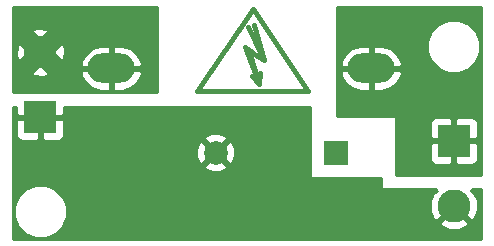
<source format=gbl>
G04 #@! TF.GenerationSoftware,KiCad,Pcbnew,5.0.0-rc2*
G04 #@! TF.CreationDate,2019-06-24T22:20:35-04:00*
G04 #@! TF.ProjectId,pcb,7063622E6B696361645F706362000000,rev?*
G04 #@! TF.SameCoordinates,Original*
G04 #@! TF.FileFunction,Copper,L2,Bot,Signal*
G04 #@! TF.FilePolarity,Positive*
%FSLAX46Y46*%
G04 Gerber Fmt 4.6, Leading zero omitted, Abs format (unit mm)*
G04 Created by KiCad (PCBNEW 5.0.0-rc2) date Mon Jun 24 22:20:35 2019*
%MOMM*%
%LPD*%
G01*
G04 APERTURE LIST*
G04 #@! TA.AperFunction,EtchedComponent*
%ADD10C,0.381000*%
G04 #@! TD*
G04 #@! TA.AperFunction,ComponentPad*
%ADD11C,1.998980*%
G04 #@! TD*
G04 #@! TA.AperFunction,ComponentPad*
%ADD12R,1.998980X1.998980*%
G04 #@! TD*
G04 #@! TA.AperFunction,ComponentPad*
%ADD13O,4.000500X2.499360*%
G04 #@! TD*
G04 #@! TA.AperFunction,ComponentPad*
%ADD14R,2.800000X2.800000*%
G04 #@! TD*
G04 #@! TA.AperFunction,ComponentPad*
%ADD15C,2.800000*%
G04 #@! TD*
G04 #@! TA.AperFunction,Conductor*
%ADD16C,0.254000*%
G04 #@! TD*
G04 APERTURE END LIST*
D10*
G04 #@! TO.C,REF88*
X134699000Y-85794000D02*
X130000000Y-78809000D01*
X125301000Y-85794000D02*
X134699000Y-85794000D01*
X130000000Y-78809000D02*
X125301000Y-85794000D01*
X130497840Y-85199640D02*
X130599440Y-84300480D01*
X129700280Y-82400560D02*
X130497840Y-85199640D01*
X130899160Y-83200660D02*
X129700280Y-82400560D01*
X130099060Y-80200920D02*
X130899160Y-83200660D01*
X130497840Y-85199640D02*
X129898400Y-84501140D01*
X130899160Y-83200660D02*
X129598680Y-80399040D01*
X129298960Y-82100840D02*
X129898400Y-82499620D01*
X130497840Y-85199640D02*
X129298960Y-82100840D01*
G04 #@! TD*
D11*
G04 #@! TO.P,D1,2*
G04 #@! TO.N,GND*
X126840000Y-91002540D03*
D12*
G04 #@! TO.P,D1,1*
G04 #@! TO.N,VCC*
X137000000Y-91002540D03*
G04 #@! TD*
D13*
G04 #@! TO.P,F1,2*
G04 #@! TO.N,+12V*
X118004250Y-83881500D03*
G04 #@! TO.P,F1,1*
G04 #@! TO.N,VCC*
X140005730Y-83881500D03*
G04 #@! TD*
D14*
G04 #@! TO.P,P1,1*
G04 #@! TO.N,GND*
X112000000Y-88000000D03*
D15*
G04 #@! TO.P,P1,2*
G04 #@! TO.N,+12V*
X112000000Y-82500000D03*
G04 #@! TD*
G04 #@! TO.P,P2,2*
G04 #@! TO.N,GND*
X147000000Y-95500000D03*
D14*
G04 #@! TO.P,P2,1*
G04 #@! TO.N,VCC*
X147000000Y-90000000D03*
G04 #@! TD*
D16*
G04 #@! TO.N,+12V*
G36*
X121873000Y-85873000D02*
X109711200Y-85873000D01*
X109711200Y-84256226D01*
X111233724Y-84256226D01*
X111418237Y-84491639D01*
X112224689Y-84562666D01*
X112581763Y-84491639D01*
X112731108Y-84301095D01*
X115416302Y-84301095D01*
X115463862Y-84485403D01*
X115831207Y-85124367D01*
X116415111Y-85574116D01*
X117126680Y-85766180D01*
X117877250Y-85766180D01*
X117877250Y-84008500D01*
X118131250Y-84008500D01*
X118131250Y-85766180D01*
X118881820Y-85766180D01*
X119593389Y-85574116D01*
X120177293Y-85124367D01*
X120544638Y-84485403D01*
X120592198Y-84301095D01*
X120476071Y-84008500D01*
X118131250Y-84008500D01*
X117877250Y-84008500D01*
X115532429Y-84008500D01*
X115416302Y-84301095D01*
X112731108Y-84301095D01*
X112766276Y-84256226D01*
X112000000Y-83489949D01*
X111233724Y-84256226D01*
X109711200Y-84256226D01*
X109711200Y-83461905D01*
X115416302Y-83461905D01*
X115532429Y-83754500D01*
X117877250Y-83754500D01*
X117877250Y-81996820D01*
X118131250Y-81996820D01*
X118131250Y-83754500D01*
X120476071Y-83754500D01*
X120592198Y-83461905D01*
X120544638Y-83277597D01*
X120177293Y-82638633D01*
X119593389Y-82188884D01*
X118881820Y-81996820D01*
X118131250Y-81996820D01*
X117877250Y-81996820D01*
X117126680Y-81996820D01*
X116415111Y-82188884D01*
X115831207Y-82638633D01*
X115463862Y-83277597D01*
X115416302Y-83461905D01*
X109711200Y-83461905D01*
X109711200Y-82724689D01*
X109937334Y-82724689D01*
X110008361Y-83081763D01*
X110243774Y-83266276D01*
X111010051Y-82500000D01*
X112989949Y-82500000D01*
X113756226Y-83266276D01*
X113991639Y-83081763D01*
X114062666Y-82275311D01*
X113991639Y-81918237D01*
X113756226Y-81733724D01*
X112989949Y-82500000D01*
X111010051Y-82500000D01*
X110243774Y-81733724D01*
X110008361Y-81918237D01*
X109937334Y-82724689D01*
X109711200Y-82724689D01*
X109711200Y-80743774D01*
X111233724Y-80743774D01*
X112000000Y-81510051D01*
X112766276Y-80743774D01*
X112581763Y-80508361D01*
X111775311Y-80437334D01*
X111418237Y-80508361D01*
X111233724Y-80743774D01*
X109711200Y-80743774D01*
X109711200Y-78711200D01*
X121873000Y-78711200D01*
X121873000Y-85873000D01*
X121873000Y-85873000D01*
G37*
X121873000Y-85873000D02*
X109711200Y-85873000D01*
X109711200Y-84256226D01*
X111233724Y-84256226D01*
X111418237Y-84491639D01*
X112224689Y-84562666D01*
X112581763Y-84491639D01*
X112731108Y-84301095D01*
X115416302Y-84301095D01*
X115463862Y-84485403D01*
X115831207Y-85124367D01*
X116415111Y-85574116D01*
X117126680Y-85766180D01*
X117877250Y-85766180D01*
X117877250Y-84008500D01*
X118131250Y-84008500D01*
X118131250Y-85766180D01*
X118881820Y-85766180D01*
X119593389Y-85574116D01*
X120177293Y-85124367D01*
X120544638Y-84485403D01*
X120592198Y-84301095D01*
X120476071Y-84008500D01*
X118131250Y-84008500D01*
X117877250Y-84008500D01*
X115532429Y-84008500D01*
X115416302Y-84301095D01*
X112731108Y-84301095D01*
X112766276Y-84256226D01*
X112000000Y-83489949D01*
X111233724Y-84256226D01*
X109711200Y-84256226D01*
X109711200Y-83461905D01*
X115416302Y-83461905D01*
X115532429Y-83754500D01*
X117877250Y-83754500D01*
X117877250Y-81996820D01*
X118131250Y-81996820D01*
X118131250Y-83754500D01*
X120476071Y-83754500D01*
X120592198Y-83461905D01*
X120544638Y-83277597D01*
X120177293Y-82638633D01*
X119593389Y-82188884D01*
X118881820Y-81996820D01*
X118131250Y-81996820D01*
X117877250Y-81996820D01*
X117126680Y-81996820D01*
X116415111Y-82188884D01*
X115831207Y-82638633D01*
X115463862Y-83277597D01*
X115416302Y-83461905D01*
X109711200Y-83461905D01*
X109711200Y-82724689D01*
X109937334Y-82724689D01*
X110008361Y-83081763D01*
X110243774Y-83266276D01*
X111010051Y-82500000D01*
X112989949Y-82500000D01*
X113756226Y-83266276D01*
X113991639Y-83081763D01*
X114062666Y-82275311D01*
X113991639Y-81918237D01*
X113756226Y-81733724D01*
X112989949Y-82500000D01*
X111010051Y-82500000D01*
X110243774Y-81733724D01*
X110008361Y-81918237D01*
X109937334Y-82724689D01*
X109711200Y-82724689D01*
X109711200Y-80743774D01*
X111233724Y-80743774D01*
X112000000Y-81510051D01*
X112766276Y-80743774D01*
X112581763Y-80508361D01*
X111775311Y-80437334D01*
X111418237Y-80508361D01*
X111233724Y-80743774D01*
X109711200Y-80743774D01*
X109711200Y-78711200D01*
X121873000Y-78711200D01*
X121873000Y-85873000D01*
G04 #@! TO.N,VCC*
G36*
X149288801Y-92873000D02*
X142127000Y-92873000D01*
X142127000Y-90285750D01*
X144965000Y-90285750D01*
X144965000Y-91526310D01*
X145061673Y-91759699D01*
X145240302Y-91938327D01*
X145473691Y-92035000D01*
X146714250Y-92035000D01*
X146873000Y-91876250D01*
X146873000Y-90127000D01*
X147127000Y-90127000D01*
X147127000Y-91876250D01*
X147285750Y-92035000D01*
X148526309Y-92035000D01*
X148759698Y-91938327D01*
X148938327Y-91759699D01*
X149035000Y-91526310D01*
X149035000Y-90285750D01*
X148876250Y-90127000D01*
X147127000Y-90127000D01*
X146873000Y-90127000D01*
X145123750Y-90127000D01*
X144965000Y-90285750D01*
X142127000Y-90285750D01*
X142127000Y-88473690D01*
X144965000Y-88473690D01*
X144965000Y-89714250D01*
X145123750Y-89873000D01*
X146873000Y-89873000D01*
X146873000Y-88123750D01*
X147127000Y-88123750D01*
X147127000Y-89873000D01*
X148876250Y-89873000D01*
X149035000Y-89714250D01*
X149035000Y-88473690D01*
X148938327Y-88240301D01*
X148759698Y-88061673D01*
X148526309Y-87965000D01*
X147285750Y-87965000D01*
X147127000Y-88123750D01*
X146873000Y-88123750D01*
X146714250Y-87965000D01*
X145473691Y-87965000D01*
X145240302Y-88061673D01*
X145061673Y-88240301D01*
X144965000Y-88473690D01*
X142127000Y-88473690D01*
X142127000Y-88000000D01*
X142117333Y-87951399D01*
X142089803Y-87910197D01*
X142048601Y-87882667D01*
X142000000Y-87873000D01*
X137127000Y-87873000D01*
X137127000Y-84301095D01*
X137417782Y-84301095D01*
X137465342Y-84485403D01*
X137832687Y-85124367D01*
X138416591Y-85574116D01*
X139128160Y-85766180D01*
X139878730Y-85766180D01*
X139878730Y-84008500D01*
X140132730Y-84008500D01*
X140132730Y-85766180D01*
X140883300Y-85766180D01*
X141594869Y-85574116D01*
X142178773Y-85124367D01*
X142546118Y-84485403D01*
X142593678Y-84301095D01*
X142477551Y-84008500D01*
X140132730Y-84008500D01*
X139878730Y-84008500D01*
X137533909Y-84008500D01*
X137417782Y-84301095D01*
X137127000Y-84301095D01*
X137127000Y-83461905D01*
X137417782Y-83461905D01*
X137533909Y-83754500D01*
X139878730Y-83754500D01*
X139878730Y-81996820D01*
X140132730Y-81996820D01*
X140132730Y-83754500D01*
X142477551Y-83754500D01*
X142593678Y-83461905D01*
X142546118Y-83277597D01*
X142178773Y-82638633D01*
X141594869Y-82188884D01*
X140883300Y-81996820D01*
X140132730Y-81996820D01*
X139878730Y-81996820D01*
X139128160Y-81996820D01*
X138416591Y-82188884D01*
X137832687Y-82638633D01*
X137465342Y-83277597D01*
X137417782Y-83461905D01*
X137127000Y-83461905D01*
X137127000Y-81555431D01*
X144765000Y-81555431D01*
X144765000Y-82444569D01*
X145105259Y-83266026D01*
X145733974Y-83894741D01*
X146555431Y-84235000D01*
X147444569Y-84235000D01*
X148266026Y-83894741D01*
X148894741Y-83266026D01*
X149235000Y-82444569D01*
X149235000Y-81555431D01*
X148894741Y-80733974D01*
X148266026Y-80105259D01*
X147444569Y-79765000D01*
X146555431Y-79765000D01*
X145733974Y-80105259D01*
X145105259Y-80733974D01*
X144765000Y-81555431D01*
X137127000Y-81555431D01*
X137127000Y-78711200D01*
X149288800Y-78711200D01*
X149288801Y-92873000D01*
X149288801Y-92873000D01*
G37*
X149288801Y-92873000D02*
X142127000Y-92873000D01*
X142127000Y-90285750D01*
X144965000Y-90285750D01*
X144965000Y-91526310D01*
X145061673Y-91759699D01*
X145240302Y-91938327D01*
X145473691Y-92035000D01*
X146714250Y-92035000D01*
X146873000Y-91876250D01*
X146873000Y-90127000D01*
X147127000Y-90127000D01*
X147127000Y-91876250D01*
X147285750Y-92035000D01*
X148526309Y-92035000D01*
X148759698Y-91938327D01*
X148938327Y-91759699D01*
X149035000Y-91526310D01*
X149035000Y-90285750D01*
X148876250Y-90127000D01*
X147127000Y-90127000D01*
X146873000Y-90127000D01*
X145123750Y-90127000D01*
X144965000Y-90285750D01*
X142127000Y-90285750D01*
X142127000Y-88473690D01*
X144965000Y-88473690D01*
X144965000Y-89714250D01*
X145123750Y-89873000D01*
X146873000Y-89873000D01*
X146873000Y-88123750D01*
X147127000Y-88123750D01*
X147127000Y-89873000D01*
X148876250Y-89873000D01*
X149035000Y-89714250D01*
X149035000Y-88473690D01*
X148938327Y-88240301D01*
X148759698Y-88061673D01*
X148526309Y-87965000D01*
X147285750Y-87965000D01*
X147127000Y-88123750D01*
X146873000Y-88123750D01*
X146714250Y-87965000D01*
X145473691Y-87965000D01*
X145240302Y-88061673D01*
X145061673Y-88240301D01*
X144965000Y-88473690D01*
X142127000Y-88473690D01*
X142127000Y-88000000D01*
X142117333Y-87951399D01*
X142089803Y-87910197D01*
X142048601Y-87882667D01*
X142000000Y-87873000D01*
X137127000Y-87873000D01*
X137127000Y-84301095D01*
X137417782Y-84301095D01*
X137465342Y-84485403D01*
X137832687Y-85124367D01*
X138416591Y-85574116D01*
X139128160Y-85766180D01*
X139878730Y-85766180D01*
X139878730Y-84008500D01*
X140132730Y-84008500D01*
X140132730Y-85766180D01*
X140883300Y-85766180D01*
X141594869Y-85574116D01*
X142178773Y-85124367D01*
X142546118Y-84485403D01*
X142593678Y-84301095D01*
X142477551Y-84008500D01*
X140132730Y-84008500D01*
X139878730Y-84008500D01*
X137533909Y-84008500D01*
X137417782Y-84301095D01*
X137127000Y-84301095D01*
X137127000Y-83461905D01*
X137417782Y-83461905D01*
X137533909Y-83754500D01*
X139878730Y-83754500D01*
X139878730Y-81996820D01*
X140132730Y-81996820D01*
X140132730Y-83754500D01*
X142477551Y-83754500D01*
X142593678Y-83461905D01*
X142546118Y-83277597D01*
X142178773Y-82638633D01*
X141594869Y-82188884D01*
X140883300Y-81996820D01*
X140132730Y-81996820D01*
X139878730Y-81996820D01*
X139128160Y-81996820D01*
X138416591Y-82188884D01*
X137832687Y-82638633D01*
X137465342Y-83277597D01*
X137417782Y-83461905D01*
X137127000Y-83461905D01*
X137127000Y-81555431D01*
X144765000Y-81555431D01*
X144765000Y-82444569D01*
X145105259Y-83266026D01*
X145733974Y-83894741D01*
X146555431Y-84235000D01*
X147444569Y-84235000D01*
X148266026Y-83894741D01*
X148894741Y-83266026D01*
X149235000Y-82444569D01*
X149235000Y-81555431D01*
X148894741Y-80733974D01*
X148266026Y-80105259D01*
X147444569Y-79765000D01*
X146555431Y-79765000D01*
X145733974Y-80105259D01*
X145105259Y-80733974D01*
X144765000Y-81555431D01*
X137127000Y-81555431D01*
X137127000Y-78711200D01*
X149288800Y-78711200D01*
X149288801Y-92873000D01*
G04 #@! TO.N,GND*
G36*
X109965000Y-87714250D02*
X110123750Y-87873000D01*
X111873000Y-87873000D01*
X111873000Y-87853000D01*
X112127000Y-87853000D01*
X112127000Y-87873000D01*
X113876250Y-87873000D01*
X114035000Y-87714250D01*
X114035000Y-87127000D01*
X134873000Y-87127000D01*
X134873000Y-93000000D01*
X134882667Y-93048601D01*
X134910197Y-93089803D01*
X134951399Y-93117333D01*
X135000000Y-93127000D01*
X140873000Y-93127000D01*
X140873000Y-94000000D01*
X140882667Y-94048601D01*
X140910197Y-94089803D01*
X140951399Y-94117333D01*
X141000000Y-94127000D01*
X145447392Y-94127000D01*
X145558275Y-94237883D01*
X145249894Y-94385455D01*
X144956595Y-95140031D01*
X144974386Y-95949409D01*
X145249894Y-96614545D01*
X145558276Y-96762118D01*
X146820395Y-95500000D01*
X146806252Y-95485858D01*
X146985858Y-95306252D01*
X147000000Y-95320395D01*
X147014142Y-95306252D01*
X147193748Y-95485858D01*
X147179605Y-95500000D01*
X148441724Y-96762118D01*
X148750106Y-96614545D01*
X149043405Y-95859969D01*
X149025614Y-95050591D01*
X148750106Y-94385455D01*
X148441725Y-94237883D01*
X148552608Y-94127000D01*
X149288801Y-94127000D01*
X149288801Y-98288800D01*
X109711199Y-98288800D01*
X109711199Y-95555431D01*
X109765000Y-95555431D01*
X109765000Y-96444569D01*
X110105259Y-97266026D01*
X110733974Y-97894741D01*
X111555431Y-98235000D01*
X112444569Y-98235000D01*
X113266026Y-97894741D01*
X113894741Y-97266026D01*
X114029071Y-96941724D01*
X145737882Y-96941724D01*
X145885455Y-97250106D01*
X146640031Y-97543405D01*
X147449409Y-97525614D01*
X148114545Y-97250106D01*
X148262118Y-96941724D01*
X147000000Y-95679605D01*
X145737882Y-96941724D01*
X114029071Y-96941724D01*
X114235000Y-96444569D01*
X114235000Y-95555431D01*
X113894741Y-94733974D01*
X113266026Y-94105259D01*
X112444569Y-93765000D01*
X111555431Y-93765000D01*
X110733974Y-94105259D01*
X110105259Y-94733974D01*
X109765000Y-95555431D01*
X109711199Y-95555431D01*
X109711199Y-92154703D01*
X125867443Y-92154703D01*
X125966042Y-92421505D01*
X126575582Y-92647941D01*
X127225377Y-92623881D01*
X127713958Y-92421505D01*
X127812557Y-92154703D01*
X126840000Y-91182145D01*
X125867443Y-92154703D01*
X109711199Y-92154703D01*
X109711199Y-90738122D01*
X125194599Y-90738122D01*
X125218659Y-91387917D01*
X125421035Y-91876498D01*
X125687837Y-91975097D01*
X126660395Y-91002540D01*
X127019605Y-91002540D01*
X127992163Y-91975097D01*
X128258965Y-91876498D01*
X128485401Y-91266958D01*
X128461341Y-90617163D01*
X128258965Y-90128582D01*
X127992163Y-90029983D01*
X127019605Y-91002540D01*
X126660395Y-91002540D01*
X125687837Y-90029983D01*
X125421035Y-90128582D01*
X125194599Y-90738122D01*
X109711199Y-90738122D01*
X109711199Y-88285750D01*
X109965000Y-88285750D01*
X109965000Y-89526310D01*
X110061673Y-89759699D01*
X110240302Y-89938327D01*
X110473691Y-90035000D01*
X111714250Y-90035000D01*
X111873000Y-89876250D01*
X111873000Y-88127000D01*
X112127000Y-88127000D01*
X112127000Y-89876250D01*
X112285750Y-90035000D01*
X113526309Y-90035000D01*
X113759698Y-89938327D01*
X113847648Y-89850377D01*
X125867443Y-89850377D01*
X126840000Y-90822935D01*
X127812557Y-89850377D01*
X127713958Y-89583575D01*
X127104418Y-89357139D01*
X126454623Y-89381199D01*
X125966042Y-89583575D01*
X125867443Y-89850377D01*
X113847648Y-89850377D01*
X113938327Y-89759699D01*
X114035000Y-89526310D01*
X114035000Y-88285750D01*
X113876250Y-88127000D01*
X112127000Y-88127000D01*
X111873000Y-88127000D01*
X110123750Y-88127000D01*
X109965000Y-88285750D01*
X109711199Y-88285750D01*
X109711200Y-87127000D01*
X109965000Y-87127000D01*
X109965000Y-87714250D01*
X109965000Y-87714250D01*
G37*
X109965000Y-87714250D02*
X110123750Y-87873000D01*
X111873000Y-87873000D01*
X111873000Y-87853000D01*
X112127000Y-87853000D01*
X112127000Y-87873000D01*
X113876250Y-87873000D01*
X114035000Y-87714250D01*
X114035000Y-87127000D01*
X134873000Y-87127000D01*
X134873000Y-93000000D01*
X134882667Y-93048601D01*
X134910197Y-93089803D01*
X134951399Y-93117333D01*
X135000000Y-93127000D01*
X140873000Y-93127000D01*
X140873000Y-94000000D01*
X140882667Y-94048601D01*
X140910197Y-94089803D01*
X140951399Y-94117333D01*
X141000000Y-94127000D01*
X145447392Y-94127000D01*
X145558275Y-94237883D01*
X145249894Y-94385455D01*
X144956595Y-95140031D01*
X144974386Y-95949409D01*
X145249894Y-96614545D01*
X145558276Y-96762118D01*
X146820395Y-95500000D01*
X146806252Y-95485858D01*
X146985858Y-95306252D01*
X147000000Y-95320395D01*
X147014142Y-95306252D01*
X147193748Y-95485858D01*
X147179605Y-95500000D01*
X148441724Y-96762118D01*
X148750106Y-96614545D01*
X149043405Y-95859969D01*
X149025614Y-95050591D01*
X148750106Y-94385455D01*
X148441725Y-94237883D01*
X148552608Y-94127000D01*
X149288801Y-94127000D01*
X149288801Y-98288800D01*
X109711199Y-98288800D01*
X109711199Y-95555431D01*
X109765000Y-95555431D01*
X109765000Y-96444569D01*
X110105259Y-97266026D01*
X110733974Y-97894741D01*
X111555431Y-98235000D01*
X112444569Y-98235000D01*
X113266026Y-97894741D01*
X113894741Y-97266026D01*
X114029071Y-96941724D01*
X145737882Y-96941724D01*
X145885455Y-97250106D01*
X146640031Y-97543405D01*
X147449409Y-97525614D01*
X148114545Y-97250106D01*
X148262118Y-96941724D01*
X147000000Y-95679605D01*
X145737882Y-96941724D01*
X114029071Y-96941724D01*
X114235000Y-96444569D01*
X114235000Y-95555431D01*
X113894741Y-94733974D01*
X113266026Y-94105259D01*
X112444569Y-93765000D01*
X111555431Y-93765000D01*
X110733974Y-94105259D01*
X110105259Y-94733974D01*
X109765000Y-95555431D01*
X109711199Y-95555431D01*
X109711199Y-92154703D01*
X125867443Y-92154703D01*
X125966042Y-92421505D01*
X126575582Y-92647941D01*
X127225377Y-92623881D01*
X127713958Y-92421505D01*
X127812557Y-92154703D01*
X126840000Y-91182145D01*
X125867443Y-92154703D01*
X109711199Y-92154703D01*
X109711199Y-90738122D01*
X125194599Y-90738122D01*
X125218659Y-91387917D01*
X125421035Y-91876498D01*
X125687837Y-91975097D01*
X126660395Y-91002540D01*
X127019605Y-91002540D01*
X127992163Y-91975097D01*
X128258965Y-91876498D01*
X128485401Y-91266958D01*
X128461341Y-90617163D01*
X128258965Y-90128582D01*
X127992163Y-90029983D01*
X127019605Y-91002540D01*
X126660395Y-91002540D01*
X125687837Y-90029983D01*
X125421035Y-90128582D01*
X125194599Y-90738122D01*
X109711199Y-90738122D01*
X109711199Y-88285750D01*
X109965000Y-88285750D01*
X109965000Y-89526310D01*
X110061673Y-89759699D01*
X110240302Y-89938327D01*
X110473691Y-90035000D01*
X111714250Y-90035000D01*
X111873000Y-89876250D01*
X111873000Y-88127000D01*
X112127000Y-88127000D01*
X112127000Y-89876250D01*
X112285750Y-90035000D01*
X113526309Y-90035000D01*
X113759698Y-89938327D01*
X113847648Y-89850377D01*
X125867443Y-89850377D01*
X126840000Y-90822935D01*
X127812557Y-89850377D01*
X127713958Y-89583575D01*
X127104418Y-89357139D01*
X126454623Y-89381199D01*
X125966042Y-89583575D01*
X125867443Y-89850377D01*
X113847648Y-89850377D01*
X113938327Y-89759699D01*
X114035000Y-89526310D01*
X114035000Y-88285750D01*
X113876250Y-88127000D01*
X112127000Y-88127000D01*
X111873000Y-88127000D01*
X110123750Y-88127000D01*
X109965000Y-88285750D01*
X109711199Y-88285750D01*
X109711200Y-87127000D01*
X109965000Y-87127000D01*
X109965000Y-87714250D01*
G04 #@! TD*
M02*

</source>
